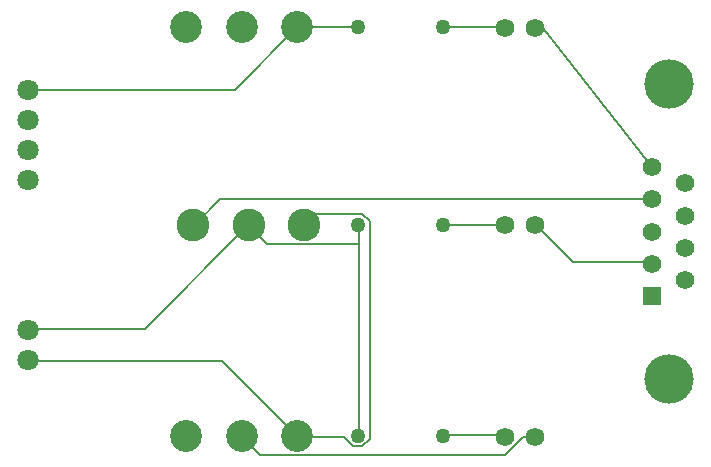
<source format=gbr>
G04 EAGLE Gerber RS-274X export*
G75*
%MOMM*%
%FSLAX34Y34*%
%LPD*%
%INTop Copper*%
%IPPOS*%
%AMOC8*
5,1,8,0,0,1.08239X$1,22.5*%
G01*
G04 Define Apertures*
%ADD10R,1.560000X1.560000*%
%ADD11C,1.560000*%
%ADD12C,4.186000*%
%ADD13C,1.800000*%
%ADD14C,2.700000*%
%ADD15C,1.581000*%
%ADD16C,1.260000*%
%ADD17C,2.775000*%
%ADD18C,0.152400*%
D10*
X537640Y201300D03*
D11*
X537640Y228700D03*
X537640Y256100D03*
X537640Y283500D03*
X537640Y310900D03*
X566040Y215000D03*
X566040Y242400D03*
X566040Y269800D03*
X566040Y297200D03*
D12*
X551840Y381100D03*
X551840Y131200D03*
D13*
X9363Y173200D03*
X9186Y147801D03*
X9160Y376400D03*
X9160Y300200D03*
X9160Y325600D03*
X9160Y351000D03*
D14*
X237470Y429536D03*
X190470Y429536D03*
X143470Y429536D03*
X237470Y83360D03*
X190470Y83360D03*
X143470Y83360D03*
D15*
X413700Y82637D03*
X439100Y82637D03*
D16*
X288600Y429536D03*
X361000Y429536D03*
X288600Y262100D03*
X361000Y262100D03*
X288600Y83360D03*
X361000Y83360D03*
D15*
X413700Y261377D03*
X439100Y261377D03*
X413700Y428813D03*
X439100Y428813D03*
D17*
X149438Y262100D03*
X196438Y262100D03*
X243438Y262100D03*
D18*
X172212Y283464D02*
X536448Y283464D01*
X172212Y283464D02*
X150876Y262128D01*
X536448Y283464D02*
X537640Y283500D01*
X150876Y262128D02*
X149438Y262100D01*
X361188Y429768D02*
X413004Y429768D01*
X361188Y429768D02*
X361000Y429536D01*
X413004Y429768D02*
X413700Y428813D01*
X428244Y82296D02*
X438912Y82296D01*
X428244Y82296D02*
X413004Y67056D01*
X205740Y67056D01*
X190500Y82296D01*
X438912Y82296D02*
X439100Y82637D01*
X190500Y82296D02*
X190470Y83360D01*
X173736Y146304D02*
X10668Y146304D01*
X173736Y146304D02*
X236220Y83820D01*
X10668Y146304D02*
X9186Y147801D01*
X236220Y83820D02*
X237470Y83360D01*
X439100Y428813D02*
X445171Y428813D01*
X537640Y310900D01*
X277368Y82296D02*
X237744Y82296D01*
X277368Y82296D02*
X284988Y74676D01*
X292608Y74676D01*
X298704Y80772D01*
X298704Y265176D01*
X292608Y271272D01*
X252984Y271272D01*
X243840Y262128D01*
X237470Y83360D02*
X237744Y82296D01*
X243438Y262100D02*
X243840Y262128D01*
X237744Y429768D02*
X288036Y429768D01*
X288600Y429536D01*
X237744Y429768D02*
X237470Y429536D01*
X184404Y376428D02*
X10668Y376428D01*
X184404Y376428D02*
X236220Y428244D01*
X10668Y376428D02*
X9160Y376400D01*
X236220Y428244D02*
X237470Y429536D01*
X470916Y230124D02*
X536448Y230124D01*
X470916Y230124D02*
X440436Y260604D01*
X536448Y230124D02*
X537640Y228700D01*
X440436Y260604D02*
X439100Y261377D01*
X413004Y83820D02*
X361188Y83820D01*
X361000Y83360D01*
X413004Y83820D02*
X413700Y82637D01*
X413004Y262128D02*
X361188Y262128D01*
X361000Y262100D01*
X413004Y262128D02*
X413700Y261377D01*
X289560Y260604D02*
X289560Y245364D01*
X289560Y83820D01*
X288600Y83360D01*
X289560Y260604D02*
X288600Y262100D01*
X108204Y173736D02*
X10668Y173736D01*
X108204Y173736D02*
X195072Y260604D01*
X10668Y173736D02*
X9363Y173200D01*
X195072Y260604D02*
X196438Y262100D01*
X211836Y245364D02*
X289560Y245364D01*
X211836Y245364D02*
X196596Y260604D01*
X196438Y262100D01*
M02*

</source>
